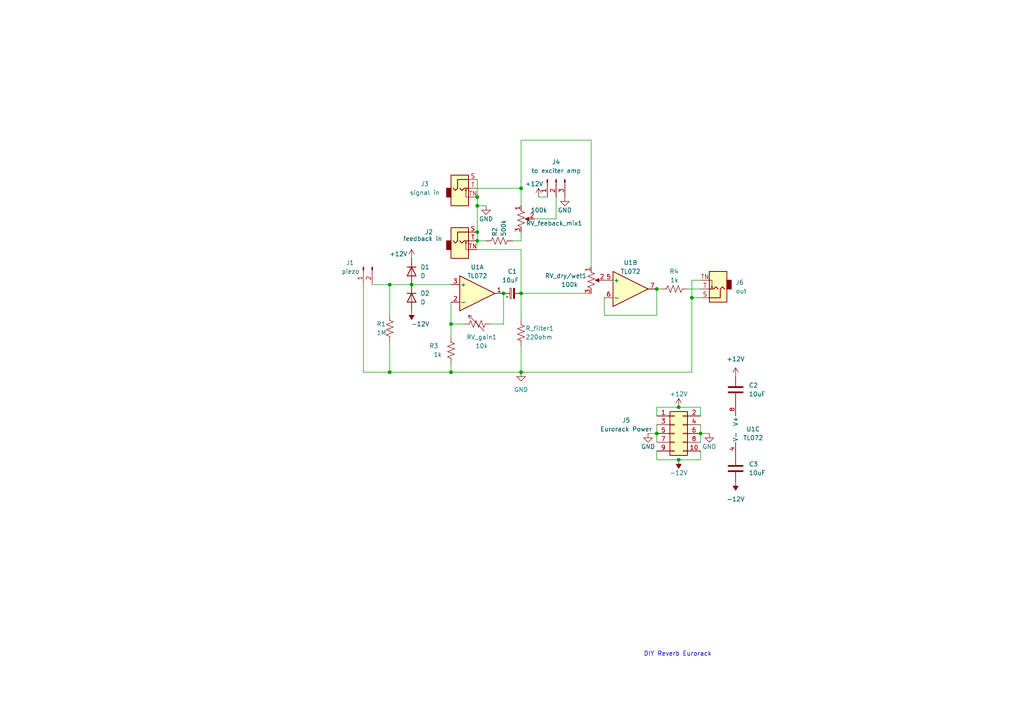
<source format=kicad_sch>
(kicad_sch (version 20211123) (generator eeschema)
  (paper "A4")
  (lib_symbols
    (symbol "Amplifier_Operational:TL072" (pin_names (offset 0.127))
      (property "Reference" "U" (at 0 5.08 0))
      (property "Value" "TL072" (at 0 -5.08 0))
      (symbol "TL072_1_1"
        (polyline (pts (xy -5.08 5.08) (xy 5.08 0) (xy -5.08 -5.08) (xy -5.08 5.08)) (stroke (width 0.254)) (fill (type background)))
        (pin output line (at 7.62 0 180) (length 2.54) (name "~") (number "1"))
        (pin input line (at -7.62 -2.54 0) (length 2.54) (name "-") (number "2"))
        (pin input line (at -7.62 2.54 0) (length 2.54) (name "+") (number "3"))
      )
      (symbol "TL072_2_1"
        (polyline (pts (xy -5.08 5.08) (xy 5.08 0) (xy -5.08 -5.08) (xy -5.08 5.08)) (stroke (width 0.254)) (fill (type background)))
        (pin input line (at -7.62 2.54 0) (length 2.54) (name "+") (number "5"))
        (pin input line (at -7.62 -2.54 0) (length 2.54) (name "-") (number "6"))
        (pin output line (at 7.62 0 180) (length 2.54) (name "~") (number "7"))
      )
      (symbol "TL072_3_1"
        (pin power_in line (at -2.54 -7.62 90) (length 3.81) (name "V-") (number "4"))
        (pin power_in line (at -2.54 7.62 270) (length 3.81) (name "V+") (number "8"))
      )
    )
    (symbol "Connector:AudioJack2_SwitchT"
      (property "Reference" "J" (at 0 8.89 0))
      (property "Value" "AudioJack2_SwitchT" (at 0 6.35 0))
      (symbol "AudioJack2_SwitchT_0_1"
        (rectangle (start -2.54 0) (end -3.81 -2.54) (stroke (width 0.254)) (fill (type outline)))
        (polyline (pts (xy 1.778 -0.254) (xy 2.032 -0.762)))
        (polyline (pts (xy 0 0) (xy 0.635 -0.635) (xy 1.27 0) (xy 2.54 0)) (stroke (width 0.254)))
        (polyline (pts (xy 2.54 -2.54) (xy 1.778 -2.54) (xy 1.778 -0.254) (xy 1.524 -0.762)))
        (polyline (pts (xy 2.54 2.54) (xy -0.635 2.54) (xy -0.635 0) (xy -1.27 -0.635) (xy -1.905 0)) (stroke (width 0.254)))
        (rectangle (start 2.54 3.81) (end -2.54 -5.08) (stroke (width 0.254)) (fill (type background)))
      )
      (symbol "AudioJack2_SwitchT_1_1"
        (pin passive line (at 5.08 2.54 180) (length 2.54) (name "~") (number "S"))
        (pin passive line (at 5.08 0 180) (length 2.54) (name "~") (number "T"))
        (pin passive line (at 5.08 -2.54 180) (length 2.54) (name "~") (number "TN"))
      )
    )
    (symbol "Connector:Conn_01x02_Male" (pin_names (offset 1.016) hide)
      (property "Reference" "J" (at 0 2.54 0))
      (property "Value" "Conn_01x02_Male" (at 0 -5.08 0))
      (symbol "Conn_01x02_Male_1_1"
        (polyline (pts (xy 1.27 -2.54) (xy 0.8636 -2.54)) (stroke (width 0.1524)))
        (polyline (pts (xy 1.27 0) (xy 0.8636 0)) (stroke (width 0.1524)))
        (rectangle (start 0.8636 -2.413) (end 0 -2.667) (stroke (width 0.1524)) (fill (type outline)))
        (rectangle (start 0.8636 0.127) (end 0 -0.127) (stroke (width 0.1524)) (fill (type outline)))
        (pin passive line (at 5.08 0 180) (length 3.81) (name "Pin_1") (number "1"))
        (pin passive line (at 5.08 -2.54 180) (length 3.81) (name "Pin_2") (number "2"))
      )
    )
    (symbol "Connector:Conn_01x03_Male" (pin_names (offset 1.016) hide)
      (property "Reference" "J" (at 0 5.08 0))
      (property "Value" "Conn_01x03_Male" (at 0 -5.08 0))
      (symbol "Conn_01x03_Male_1_1"
        (polyline (pts (xy 1.27 -2.54) (xy 0.8636 -2.54)) (stroke (width 0.1524)))
        (polyline (pts (xy 1.27 0) (xy 0.8636 0)) (stroke (width 0.1524)))
        (polyline (pts (xy 1.27 2.54) (xy 0.8636 2.54)) (stroke (width 0.1524)))
        (rectangle (start 0.8636 -2.413) (end 0 -2.667) (stroke (width 0.1524)) (fill (type outline)))
        (rectangle (start 0.8636 0.127) (end 0 -0.127) (stroke (width 0.1524)) (fill (type outline)))
        (rectangle (start 0.8636 2.667) (end 0 2.413) (stroke (width 0.1524)) (fill (type outline)))
        (pin passive line (at 5.08 2.54 180) (length 3.81) (name "Pin_1") (number "1"))
        (pin passive line (at 5.08 0 180) (length 3.81) (name "Pin_2") (number "2"))
        (pin passive line (at 5.08 -2.54 180) (length 3.81) (name "Pin_3") (number "3"))
      )
    )
    (symbol "Connector_Generic:Conn_02x05_Odd_Even" (pin_names (offset 1.016) hide)
      (property "Reference" "J" (at 1.27 7.62 0))
      (property "Value" "Conn_02x05_Odd_Even" (at 1.27 -7.62 0))
      (symbol "Conn_02x05_Odd_Even_1_1"
        (rectangle (start -1.27 -4.953) (end 0 -5.207) (stroke (width 0.1524)))
        (rectangle (start -1.27 -2.413) (end 0 -2.667) (stroke (width 0.1524)))
        (rectangle (start -1.27 0.127) (end 0 -0.127) (stroke (width 0.1524)))
        (rectangle (start -1.27 2.667) (end 0 2.413) (stroke (width 0.1524)))
        (rectangle (start -1.27 5.207) (end 0 4.953) (stroke (width 0.1524)))
        (rectangle (start -1.27 6.35) (end 3.81 -6.35) (stroke (width 0.254)) (fill (type background)))
        (rectangle (start 3.81 -4.953) (end 2.54 -5.207) (stroke (width 0.1524)))
        (rectangle (start 3.81 -2.413) (end 2.54 -2.667) (stroke (width 0.1524)))
        (rectangle (start 3.81 0.127) (end 2.54 -0.127) (stroke (width 0.1524)))
        (rectangle (start 3.81 2.667) (end 2.54 2.413) (stroke (width 0.1524)))
        (rectangle (start 3.81 5.207) (end 2.54 4.953) (stroke (width 0.1524)))
        (pin passive line (at -5.08 5.08 0) (length 3.81) (name "Pin_1") (number "1"))
        (pin passive line (at 7.62 -5.08 180) (length 3.81) (name "Pin_10") (number "10"))
        (pin passive line (at 7.62 5.08 180) (length 3.81) (name "Pin_2") (number "2"))
        (pin passive line (at -5.08 2.54 0) (length 3.81) (name "Pin_3") (number "3"))
        (pin passive line (at 7.62 2.54 180) (length 3.81) (name "Pin_4") (number "4"))
        (pin passive line (at -5.08 0 0) (length 3.81) (name "Pin_5") (number "5"))
        (pin passive line (at 7.62 0 180) (length 3.81) (name "Pin_6") (number "6"))
        (pin passive line (at -5.08 -2.54 0) (length 3.81) (name "Pin_7") (number "7"))
        (pin passive line (at 7.62 -2.54 180) (length 3.81) (name "Pin_8") (number "8"))
        (pin passive line (at -5.08 -5.08 0) (length 3.81) (name "Pin_9") (number "9"))
      )
    )
    (symbol "Device:C" (pin_numbers hide) (pin_names (offset 0.254))
      (property "Reference" "C" (at 0.635 2.54 0))
      (property "Value" "C" (at 0.635 -2.54 0))
      (symbol "C_0_1"
        (polyline (pts (xy -2.032 -0.762) (xy 2.032 -0.762)) (stroke (width 0.508)))
        (polyline (pts (xy -2.032 0.762) (xy 2.032 0.762)) (stroke (width 0.508)))
      )
      (symbol "C_1_1"
        (pin passive line (at 0 3.81 270) (length 2.794) (name "~") (number "1"))
        (pin passive line (at 0 -3.81 90) (length 2.794) (name "~") (number "2"))
      )
    )
    (symbol "Device:C_Polarized_Small" (pin_numbers hide) (pin_names (offset 0.254) hide)
      (property "Reference" "C" (at 0.254 1.778 0))
      (property "Value" "C_Polarized_Small" (at 0.254 -2.032 0))
      (symbol "C_Polarized_Small_0_1"
        (rectangle (start -1.524 -0.3048) (end 1.524 -0.6858) (fill (type outline)))
        (rectangle (start -1.524 0.6858) (end 1.524 0.3048))
        (polyline (pts (xy -1.27 1.524) (xy -0.762 1.524)))
        (polyline (pts (xy -1.016 1.27) (xy -1.016 1.778)))
      )
      (symbol "C_Polarized_Small_1_1"
        (pin passive line (at 0 2.54 270) (length 1.8542) (name "~") (number "1"))
        (pin passive line (at 0 -2.54 90) (length 1.8542) (name "~") (number "2"))
      )
    )
    (symbol "Device:D" (pin_numbers hide) (pin_names (offset 1.016) hide)
      (property "Reference" "D" (at 0 2.54 0))
      (property "Value" "D" (at 0 -2.54 0))
      (symbol "D_0_1"
        (polyline (pts (xy -1.27 1.27) (xy -1.27 -1.27)) (stroke (width 0.254)))
        (polyline (pts (xy 1.27 0) (xy -1.27 0)))
        (polyline (pts (xy 1.27 1.27) (xy 1.27 -1.27) (xy -1.27 0) (xy 1.27 1.27)) (stroke (width 0.254)))
      )
      (symbol "D_1_1"
        (pin passive line (at -3.81 0 0) (length 2.54) (name "K") (number "1"))
        (pin passive line (at 3.81 0 180) (length 2.54) (name "A") (number "2"))
      )
    )
    (symbol "Device:R_Potentiometer_US" (pin_names (offset 1.016) hide)
      (property "Reference" "RV" (at -4.445 0 90))
      (property "Value" "R_Potentiometer_US" (at -2.54 0 90))
      (symbol "R_Potentiometer_US_0_1"
        (polyline (pts (xy 0 -2.286) (xy 0 -2.54)))
        (polyline (pts (xy 0 2.54) (xy 0 2.286)))
        (polyline (pts (xy 2.54 0) (xy 1.524 0)))
        (polyline (pts (xy 1.143 0) (xy 2.286 0.508) (xy 2.286 -0.508) (xy 1.143 0)) (fill (type outline)))
        (polyline (pts (xy 0 -0.762) (xy 1.016 -1.143) (xy 0 -1.524) (xy -1.016 -1.905) (xy 0 -2.286)))
        (polyline (pts (xy 0 0.762) (xy 1.016 0.381) (xy 0 0) (xy -1.016 -0.381) (xy 0 -0.762)))
        (polyline (pts (xy 0 2.286) (xy 1.016 1.905) (xy 0 1.524) (xy -1.016 1.143) (xy 0 0.762)))
      )
      (symbol "R_Potentiometer_US_1_1"
        (pin passive line (at 0 3.81 270) (length 1.27) (name "1") (number "1"))
        (pin passive line (at 3.81 0 180) (length 1.27) (name "2") (number "2"))
        (pin passive line (at 0 -3.81 90) (length 1.27) (name "3") (number "3"))
      )
    )
    (symbol "Device:R_US" (pin_numbers hide) (pin_names (offset 0))
      (property "Reference" "R" (at 2.54 0 90))
      (property "Value" "R_US" (at -2.54 0 90))
      (symbol "R_US_0_1"
        (polyline (pts (xy 0 -2.286) (xy 0 -2.54)))
        (polyline (pts (xy 0 2.286) (xy 0 2.54)))
        (polyline (pts (xy 0 -0.762) (xy 1.016 -1.143) (xy 0 -1.524) (xy -1.016 -1.905) (xy 0 -2.286)))
        (polyline (pts (xy 0 0.762) (xy 1.016 0.381) (xy 0 0) (xy -1.016 -0.381) (xy 0 -0.762)))
        (polyline (pts (xy 0 2.286) (xy 1.016 1.905) (xy 0 1.524) (xy -1.016 1.143) (xy 0 0.762)))
      )
      (symbol "R_US_1_1"
        (pin passive line (at 0 3.81 270) (length 1.27) (name "~") (number "1"))
        (pin passive line (at 0 -3.81 90) (length 1.27) (name "~") (number "2"))
      )
    )
    (symbol "Device:R_Variable_US" (pin_numbers hide) (pin_names (offset 0))
      (property "Reference" "R" (at 2.54 -2.54 90))
      (property "Value" "R_Variable_US" (at -2.54 -1.27 90))
      (symbol "R_Variable_US_0_1"
        (polyline (pts (xy 0 -2.286) (xy 0 -2.54)))
        (polyline (pts (xy 0 2.286) (xy 0 2.54)))
        (polyline (pts (xy 0 -0.762) (xy 1.016 -1.143) (xy 0 -1.524) (xy -1.016 -1.905) (xy 0 -2.286)))
        (polyline (pts (xy 0 0.762) (xy 1.016 0.381) (xy 0 0) (xy -1.016 -0.381) (xy 0 -0.762)))
        (polyline (pts (xy 0 2.286) (xy 1.016 1.905) (xy 0 1.524) (xy -1.016 1.143) (xy 0 0.762)) (stroke (width 0.1524)))
        (polyline (pts (xy 2.286 1.524) (xy 2.54 2.54) (xy 1.524 2.286) (xy 2.54 2.54) (xy -2.032 -2.032)) (stroke (width 0.1524)))
      )
      (symbol "R_Variable_US_1_1"
        (pin passive line (at 0 3.81 270) (length 1.27) (name "~") (number "1"))
        (pin passive line (at 0 -3.81 90) (length 1.27) (name "~") (number "2"))
      )
    )
    (symbol "power:+12V" (power) (pin_names (offset 0))
      (property "Value" "+12V" (at 0 3.556 0))
      (symbol "+12V_0_1"
        (polyline (pts (xy -0.762 1.27) (xy 0 2.54)))
        (polyline (pts (xy 0 0) (xy 0 2.54)))
        (polyline (pts (xy 0 2.54) (xy 0.762 1.27)))
      )
      (symbol "+12V_1_1"
        (pin power_in line (at 0 0 90) (length 0) hide (name "+12V") (number "1"))
      )
    )
    (symbol "power:-12V" (power) (pin_names (offset 0))
      (property "Value" "-12V" (at 0 3.81 0))
      (symbol "-12V_0_0"
        (pin power_in line (at 0 0 90) (length 0) hide (name "-12V") (number "1"))
      )
      (symbol "-12V_0_1"
        (polyline (pts (xy 0 0) (xy 0 1.27) (xy 0.762 1.27) (xy 0 2.54) (xy -0.762 1.27) (xy 0 1.27)) (fill (type outline)))
      )
    )
    (symbol "power:GND" (power) (pin_names (offset 0))
      (property "Value" "GND" (at 0 -3.81 0))
      (symbol "GND_0_1"
        (polyline (pts (xy 0 0) (xy 0 -1.27) (xy 1.27 -1.27) (xy 0 -2.54) (xy -1.27 -1.27) (xy 0 -1.27)))
      )
      (symbol "GND_1_1"
        (pin power_in line (at 0 0 270) (length 0) hide (name "GND") (number "1"))
      )
    )
  )
  (junction (at 119.38 82.55))
  (junction (at 138.43 57.15))
  (junction (at 190.5 125.73))
  (junction (at 138.43 69.85))
  (junction (at 196.85 118.11))
  (junction (at 196.85 133.35))
  (junction (at 151.13 54.61))
  (junction (at 151.13 107.95))
  (junction (at 130.81 93.98))
  (junction (at 138.43 67.31))
  (junction (at 146.05 85.09))
  (junction (at 113.03 107.95))
  (junction (at 130.81 107.95))
  (junction (at 138.43 59.69))
  (junction (at 151.13 85.09))
  (junction (at 200.66 86.36))
  (junction (at 203.2 125.73))
  (junction (at 113.03 82.55))
  (junction (at 190.5 83.82))
  (wire (pts (xy 200.66 86.36) (xy 203.2 86.36)))
  (wire (pts (xy 151.13 40.64) (xy 171.45 40.64)))
  (wire (pts (xy 156.21 57.15) (xy 158.75 57.15)))
  (wire (pts (xy 190.5 83.82) (xy 191.77 83.82)))
  (wire (pts (xy 138.43 72.39) (xy 151.13 72.39)))
  (wire (pts (xy 151.13 69.85) (xy 151.13 67.31)))
  (wire (pts (xy 154.94 63.5) (xy 161.29 63.5)))
  (wire (pts (xy 190.5 125.73) (xy 190.5 128.27)))
  (wire (pts (xy 151.13 107.95) (xy 200.66 107.95)))
  (wire (pts (xy 113.03 91.44) (xy 113.03 82.55)))
  (wire (pts (xy 113.03 82.55) (xy 119.38 82.55)))
  (wire (pts (xy 151.13 107.95) (xy 151.13 100.33)))
  (wire (pts (xy 190.5 118.11) (xy 196.85 118.11)))
  (wire (pts (xy 146.05 93.98) (xy 146.05 85.09)))
  (wire (pts (xy 119.38 82.55) (xy 130.81 82.55)))
  (wire (pts (xy 140.97 69.85) (xy 138.43 69.85)))
  (wire (pts (xy 203.2 118.11) (xy 203.2 120.65)))
  (wire (pts (xy 196.85 133.35) (xy 203.2 133.35)))
  (wire (pts (xy 138.43 54.61) (xy 151.13 54.61)))
  (wire (pts (xy 151.13 54.61) (xy 151.13 59.69)))
  (wire (pts (xy 175.26 91.44) (xy 175.26 86.36)))
  (wire (pts (xy 199.39 83.82) (xy 203.2 83.82)))
  (wire (pts (xy 203.2 123.19) (xy 203.2 125.73)))
  (wire (pts (xy 203.2 81.28) (xy 200.66 81.28)))
  (wire (pts (xy 138.43 57.15) (xy 138.43 59.69)))
  (wire (pts (xy 171.45 40.64) (xy 171.45 77.47)))
  (wire (pts (xy 138.43 59.69) (xy 138.43 67.31)))
  (wire (pts (xy 130.81 105.41) (xy 130.81 107.95)))
  (wire (pts (xy 130.81 93.98) (xy 134.62 93.98)))
  (wire (pts (xy 151.13 85.09) (xy 171.45 85.09)))
  (wire (pts (xy 151.13 40.64) (xy 151.13 54.61)))
  (wire (pts (xy 175.26 91.44) (xy 190.5 91.44)))
  (wire (pts (xy 200.66 86.36) (xy 200.66 107.95)))
  (wire (pts (xy 190.5 123.19) (xy 190.5 125.73)))
  (wire (pts (xy 113.03 107.95) (xy 130.81 107.95)))
  (wire (pts (xy 138.43 59.69) (xy 140.97 59.69)))
  (wire (pts (xy 161.29 57.15) (xy 161.29 63.5)))
  (wire (pts (xy 113.03 99.06) (xy 113.03 107.95)))
  (wire (pts (xy 138.43 52.07) (xy 138.43 57.15)))
  (wire (pts (xy 107.95 82.55) (xy 113.03 82.55)))
  (wire (pts (xy 190.5 130.81) (xy 190.5 133.35)))
  (wire (pts (xy 138.43 69.85) (xy 138.43 71.12)))
  (wire (pts (xy 130.81 87.63) (xy 130.81 93.98)))
  (wire (pts (xy 138.43 69.85) (xy 138.43 67.31)))
  (wire (pts (xy 203.2 125.73) (xy 203.2 128.27)))
  (wire (pts (xy 105.41 107.95) (xy 113.03 107.95)))
  (wire (pts (xy 196.85 118.11) (xy 203.2 118.11)))
  (wire (pts (xy 142.24 93.98) (xy 146.05 93.98)))
  (wire (pts (xy 148.59 69.85) (xy 151.13 69.85)))
  (wire (pts (xy 203.2 133.35) (xy 203.2 130.81)))
  (wire (pts (xy 130.81 107.95) (xy 151.13 107.95)))
  (wire (pts (xy 105.41 82.55) (xy 105.41 107.95)))
  (wire (pts (xy 151.13 92.71) (xy 151.13 85.09)))
  (wire (pts (xy 130.81 93.98) (xy 130.81 97.79)))
  (wire (pts (xy 190.5 83.82) (xy 190.5 91.44)))
  (wire (pts (xy 151.13 72.39) (xy 151.13 85.09)))
  (wire (pts (xy 187.96 125.73) (xy 190.5 125.73)))
  (wire (pts (xy 205.74 125.73) (xy 203.2 125.73)))
  (wire (pts (xy 200.66 81.28) (xy 200.66 86.36)))
  (wire (pts (xy 190.5 120.65) (xy 190.5 118.11)))
  (wire (pts (xy 190.5 133.35) (xy 196.85 133.35)))
  (text "DIY Reverb Eurorack" (at 186.69 190.5 0) (effects (font (size 1.27 1.27)) (justify left bottom)))
  (symbol (lib_id "power:+12V") (at 213.36 109.22 0) (unit 1)
    (property "Reference" "#PWR0112" (effects hide))
    (property "Value" "+12V" (at 213.36 104.14 0))
  )
  (symbol (lib_id "power:+12V") (at 156.21 57.15 0) (unit 1)
    (property "Reference" "#PWR0105" (effects hide))
    (property "Value" "+12V" (at 154.94 53.34 0))
  )
  (symbol (lib_id "Device:R_Variable_US") (at 138.43 93.98 90) (unit 1)
    (property "Reference" "RV_gain1" (at 139.7 97.79 90))
    (property "Value" "10k" (at 139.7 100.33 90))
    (property "Footprint" "Potentiometer_THT:Potentiometer_Alps_RK09K_Single_Vertical" (effects hide))
  )
  (symbol (lib_id "Connector:Conn_01x02_Male") (at 105.41 77.47 90) (mirror x) (unit 1)
    (property "Reference" "J1" (at 100.33 76.2 90) (effects (justify right)))
    (property "Value" "piezo" (at 99.06 78.74 90) (effects (justify right)))
    (property "Footprint" "Connector_PinHeader_2.54mm:PinHeader_1x02_P2.54mm_Vertical" (effects hide))
  )
  (symbol (lib_id "Device:D") (at 119.38 86.36 270) (unit 1)
    (property "Reference" "D2" (at 121.92 85.09 90) (effects (justify left)))
    (property "Value" "D" (at 121.92 87.63 90) (effects (justify left)))
    (property "Footprint" "Diode_THT:D_A-405_P7.62mm_Horizontal" (effects hide))
  )
  (symbol (lib_id "power:GND") (at 187.96 125.73 0) (unit 1)
    (property "Reference" "#PWR0108" (effects hide))
    (property "Value" "GND" (at 187.96 129.54 0))
  )
  (symbol (lib_id "power:-12V") (at 196.85 133.35 180) (unit 1)
    (property "Reference" "#PWR0113" (effects hide))
    (property "Value" "-12V" (at 196.85 137.16 0))
  )
  (symbol (lib_id "Connector:Conn_01x03_Male") (at 161.29 52.07 90) (mirror x) (unit 1)
    (property "Reference" "J4" (at 161.29 46.99 90))
    (property "Value" "to exciter amp" (at 161.29 49.53 90))
    (property "Footprint" "Connector_PinHeader_2.54mm:PinHeader_1x03_P2.54mm_Vertical" (effects hide))
  )
  (symbol (lib_id "Connector:AudioJack2_SwitchT") (at 208.28 83.82 180) (unit 1)
    (property "Reference" "J6" (at 213.36 81.9149 0) (effects (justify right)))
    (property "Value" "out" (at 213.36 84.4549 0) (effects (justify right)))
    (property "Footprint" "Connector_Audio:Jack_3.5mm_QingPu_WQP-PJ398SM_Vertical_CircularHoles" (effects hide))
  )
  (symbol (lib_id "power:GND") (at 163.83 57.15 0) (unit 1)
    (property "Reference" "#PWR0106" (effects hide))
    (property "Value" "GND" (at 163.83 60.96 0))
  )
  (symbol (lib_id "power:+12V") (at 196.85 118.11 0) (unit 1)
    (property "Reference" "#PWR0111" (effects hide))
    (property "Value" "+12V" (at 196.85 114.3 0))
  )
  (symbol (lib_id "power:-12V") (at 213.36 139.7 180) (unit 1)
    (property "Reference" "#PWR0109" (effects hide))
    (property "Value" "-12V" (at 213.36 144.78 0))
  )
  (symbol (lib_id "Device:R_US") (at 113.03 95.25 0) (unit 1)
    (property "Reference" "R1" (at 109.22 93.98 0) (effects (justify left)))
    (property "Value" "1M" (at 109.22 96.52 0) (effects (justify left)))
    (property "Footprint" "Resistor_THT:R_Axial_DIN0207_L6.3mm_D2.5mm_P7.62mm_Horizontal" (effects hide))
  )
  (symbol (lib_id "Amplifier_Operational:TL072") (at 182.88 83.82 0) (unit 2)
    (property "Reference" "U1" (at 182.88 76.2 0))
    (property "Value" "TL072" (at 182.88 78.74 0))
    (property "Footprint" "Package_DIP:DIP-8_W7.62mm_Socket" (effects hide))
    (property "Datasheet" "http://www.ti.com/lit/ds/symlink/tl071.pdf" (effects hide))
  )
  (symbol (lib_id "Device:C") (at 213.36 113.03 0) (unit 1)
    (property "Reference" "C2" (at 217.17 111.7599 0) (effects (justify left)))
    (property "Value" "10uF" (at 217.17 114.2999 0) (effects (justify left)))
    (property "Footprint" "Capacitor_THT:C_Rect_L10.0mm_W2.5mm_P7.50mm_MKS4" (effects hide))
  )
  (symbol (lib_id "Device:R_Potentiometer_US") (at 151.13 63.5 0) (unit 1)
    (property "Reference" "RV_feeback_mix1" (at 168.91 64.77 0) (effects (justify right)))
    (property "Value" "100k" (at 158.75 60.96 0) (effects (justify right)))
    (property "Footprint" "Potentiometer_THT:Potentiometer_Alps_RK09K_Single_Vertical" (effects hide))
  )
  (symbol (lib_id "power:-12V") (at 119.38 90.17 180) (unit 1)
    (property "Reference" "#PWR0103" (effects hide))
    (property "Value" "-12V" (at 121.92 93.98 0))
  )
  (symbol (lib_id "power:GND") (at 140.97 59.69 0) (unit 1)
    (property "Reference" "#PWR0107" (effects hide))
    (property "Value" "GND" (at 140.97 63.5 0))
  )
  (symbol (lib_id "Connector:AudioJack2_SwitchT") (at 133.35 69.85 0) (unit 1)
    (property "Reference" "J2" (at 123.19 67.31 0) (effects (justify left)))
    (property "Value" "feedback in" (at 128.27 69.2151 0) (effects (justify right)))
    (property "Footprint" "Connector_Audio:Jack_3.5mm_QingPu_WQP-PJ398SM_Vertical_CircularHoles" (effects hide))
  )
  (symbol (lib_id "Device:R_US") (at 144.78 69.85 90) (unit 1)
    (property "Reference" "R2" (at 143.51 68.58 0) (effects (justify left)))
    (property "Value" "500k" (at 146.05 68.58 0) (effects (justify left)))
    (property "Footprint" "Resistor_THT:R_Axial_DIN0207_L6.3mm_D2.5mm_P7.62mm_Horizontal" (effects hide))
  )
  (symbol (lib_id "Connector:AudioJack2_SwitchT") (at 133.35 54.61 0) (unit 1)
    (property "Reference" "J3" (at 123.19 53.34 0))
    (property "Value" "signal in" (at 123.19 55.88 0))
    (property "Footprint" "Connector_Audio:Jack_3.5mm_QingPu_WQP-PJ398SM_Vertical_CircularHoles" (effects hide))
  )
  (symbol (lib_id "Device:R_Potentiometer_US") (at 171.45 81.28 0) (unit 1)
    (property "Reference" "RV_dry/wet1" (at 170.18 80.01 0) (effects (justify right)))
    (property "Value" "100k" (at 167.64 82.55 0) (effects (justify right)))
    (property "Footprint" "Potentiometer_THT:Potentiometer_Alps_RK09K_Single_Vertical" (effects hide))
  )
  (symbol (lib_id "Device:R_US") (at 195.58 83.82 90) (unit 1)
    (property "Reference" "R4" (at 196.85 78.74 90) (effects (justify left)))
    (property "Value" "1k" (at 196.85 81.28 90) (effects (justify left)))
    (property "Footprint" "Resistor_THT:R_Axial_DIN0207_L6.3mm_D2.5mm_P7.62mm_Horizontal" (effects hide))
  )
  (symbol (lib_id "power:+12V") (at 119.38 74.93 0) (unit 1)
    (property "Reference" "#PWR0102" (effects hide))
    (property "Value" "+12V" (at 115.57 73.66 0))
  )
  (symbol (lib_id "Amplifier_Operational:TL072") (at 215.9 124.46 0) (unit 3)
    (property "Reference" "U1" (at 218.44 124.46 0))
    (property "Value" "TL072" (at 218.44 127 0))
    (property "Footprint" "Package_DIP:DIP-8_W7.62mm_Socket" (effects hide))
    (property "Datasheet" "http://www.ti.com/lit/ds/symlink/tl071.pdf" (effects hide))
  )
  (symbol (lib_id "Connector_Generic:Conn_02x05_Odd_Even") (at 195.58 125.73 0) (unit 1)
    (property "Reference" "J5" (at 181.61 121.92 0))
    (property "Value" "Eurorack Power" (at 181.61 124.46 0))
    (property "Footprint" "Connector_PinHeader_2.54mm:PinHeader_2x05_P2.54mm_Vertical" (effects hide))
  )
  (symbol (lib_id "Device:D") (at 119.38 78.74 270) (unit 1)
    (property "Reference" "D1" (at 121.92 77.47 90) (effects (justify left)))
    (property "Value" "D" (at 121.92 80.01 90) (effects (justify left)))
    (property "Footprint" "Diode_THT:D_A-405_P7.62mm_Horizontal" (effects hide))
  )
  (symbol (lib_id "power:GND") (at 151.13 107.95 0) (unit 1)
    (property "Reference" "#PWR0104" (effects hide))
    (property "Value" "GND" (at 151.13 113.03 0))
  )
  (symbol (lib_id "Amplifier_Operational:TL072") (at 138.43 85.09 0) (unit 1)
    (property "Reference" "U1" (at 138.43 77.47 0))
    (property "Value" "TL072" (at 138.43 80.01 0))
    (property "Footprint" "Package_DIP:DIP-8_W7.62mm_Socket" (effects hide))
    (property "Datasheet" "http://www.ti.com/lit/ds/symlink/tl071.pdf" (effects hide))
  )
  (symbol (lib_id "Device:C") (at 213.36 135.89 0) (unit 1)
    (property "Reference" "C3" (at 217.17 134.6199 0) (effects (justify left)))
    (property "Value" "10uF" (at 217.17 137.1599 0) (effects (justify left)))
    (property "Footprint" "Capacitor_THT:C_Rect_L10.0mm_W2.5mm_P7.50mm_MKS4" (effects hide))
  )
  (symbol (lib_id "Device:C_Polarized_Small") (at 148.59 85.09 90) (unit 1)
    (property "Reference" "C1" (at 148.59 78.74 90))
    (property "Value" "10uF" (at 148.0439 81.28 90))
    (property "Footprint" "Capacitor_THT:CP_Radial_D5.0mm_P2.50mm" (effects hide))
  )
  (symbol (lib_id "Device:R_US") (at 151.13 96.52 0) (unit 1)
    (property "Reference" "R_filter1" (at 152.4 95.25 0) (effects (justify left)))
    (property "Value" "220ohm" (at 152.4 97.79 0) (effects (justify left)))
    (property "Footprint" "Resistor_THT:R_Axial_DIN0207_L6.3mm_D2.5mm_P7.62mm_Horizontal" (effects hide))
  )
  (symbol (lib_id "power:GND") (at 205.74 125.73 0) (unit 1)
    (property "Reference" "#PWR0110" (effects hide))
    (property "Value" "GND" (at 205.74 129.54 0))
  )
  (symbol (lib_id "Device:R_US") (at 130.81 101.6 0) (unit 1)
    (property "Reference" "R3" (at 124.46 100.33 0) (effects (justify left)))
    (property "Value" "1k" (at 125.73 102.87 0) (effects (justify left)))
    (property "Footprint" "Resistor_THT:R_Axial_DIN0207_L6.3mm_D2.5mm_P7.62mm_Horizontal" (effects hide))
  )
)
</source>
